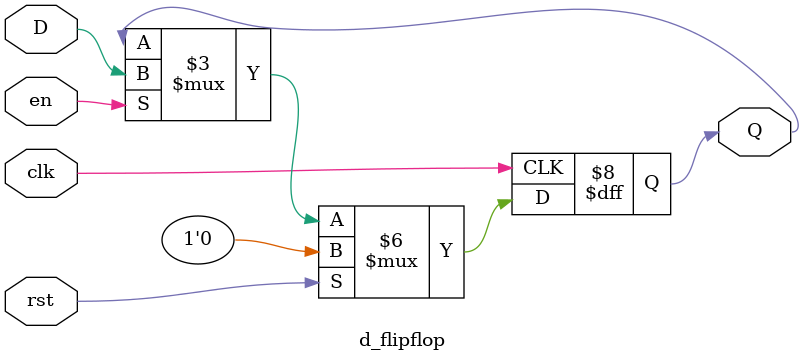
<source format=sv>
module register #(parameter int WIDTH = 32)
(
    input  logic                 clk,
    input  logic                 rst,      // Active-high synchronous reset
    input  logic                 en,
    input  logic [WIDTH - 1 : 0] D,
    output logic [WIDTH - 1 : 0] Q
);

always_ff @(posedge clk) begin
        if (rst)               Q  <=  0;
        else if (en)           Q  <=  D;
        else                  Q  <=  Q;
end
endmodule : register



module d_flipflop(
    input  logic clk,
    input  logic rst,      // Active-high synchronous reset
    input  logic en,
    input  logic D,
    output logic Q
);

always_ff @(posedge clk) begin
    if (rst)         Q  <=  0;
    else if (en)     Q  <=  D;
    else             Q  <=  Q;
end
endmodule : d_flipflop

</source>
